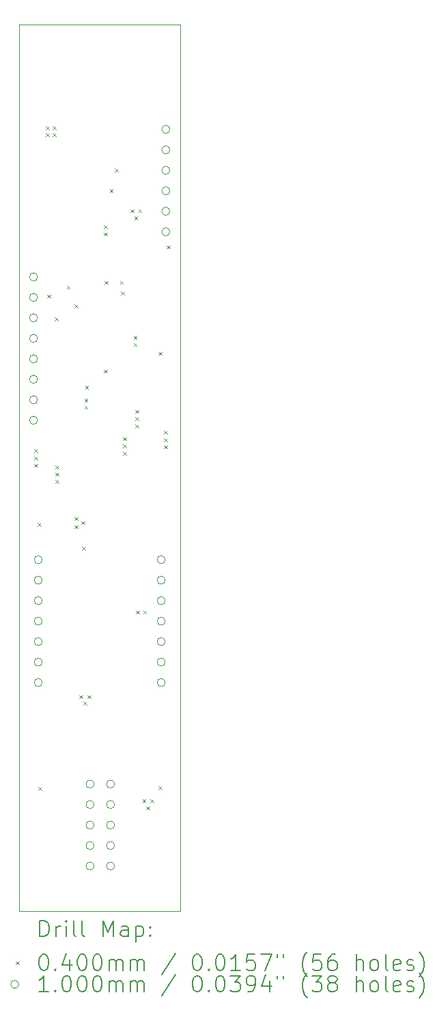
<source format=gbr>
%TF.GenerationSoftware,KiCad,Pcbnew,7.0.5.1-1-g8f565ef7f0-dirty-deb11*%
%TF.CreationDate,Date%
%TF.ProjectId,RP2040-VCO,52503230-3430-42d5-9643-4f2e6b696361,rev?*%
%TF.SameCoordinates,Original*%
%TF.FileFunction,Drillmap*%
%TF.FilePolarity,Positive*%
%FSLAX45Y45*%
G04 Gerber Fmt 4.5, Leading zero omitted, Abs format (unit mm)*
G04 Created by KiCad*
%MOMM*%
%LPD*%
G01*
G04 APERTURE LIST*
%ADD10C,0.050000*%
%ADD11C,0.200000*%
%ADD12C,0.040000*%
%ADD13C,0.100000*%
G04 APERTURE END LIST*
D10*
X7150000Y-3650000D02*
X7150000Y-14650000D01*
X5150000Y-3650000D02*
X5150000Y-14650000D01*
X5150000Y-14650000D02*
X7150000Y-14650000D01*
X5150000Y-3650000D02*
X7150000Y-3650000D01*
D11*
D12*
X5340000Y-8920000D02*
X5380000Y-8960000D01*
X5380000Y-8920000D02*
X5340000Y-8960000D01*
X5340000Y-9010000D02*
X5380000Y-9050000D01*
X5380000Y-9010000D02*
X5340000Y-9050000D01*
X5340000Y-9100000D02*
X5380000Y-9140000D01*
X5380000Y-9100000D02*
X5340000Y-9140000D01*
X5380000Y-9830000D02*
X5420000Y-9870000D01*
X5420000Y-9830000D02*
X5380000Y-9870000D01*
X5390000Y-13110000D02*
X5430000Y-13150000D01*
X5430000Y-13110000D02*
X5390000Y-13150000D01*
X5480000Y-4910000D02*
X5520000Y-4950000D01*
X5520000Y-4910000D02*
X5480000Y-4950000D01*
X5480000Y-5000000D02*
X5520000Y-5040000D01*
X5520000Y-5000000D02*
X5480000Y-5040000D01*
X5500000Y-7000000D02*
X5540000Y-7040000D01*
X5540000Y-7000000D02*
X5500000Y-7040000D01*
X5570000Y-4910000D02*
X5610000Y-4950000D01*
X5610000Y-4910000D02*
X5570000Y-4950000D01*
X5570000Y-5000000D02*
X5610000Y-5040000D01*
X5610000Y-5000000D02*
X5570000Y-5040000D01*
X5590000Y-7280000D02*
X5630000Y-7320000D01*
X5630000Y-7280000D02*
X5590000Y-7320000D01*
X5600000Y-9120000D02*
X5640000Y-9160000D01*
X5640000Y-9120000D02*
X5600000Y-9160000D01*
X5600000Y-9210000D02*
X5640000Y-9250000D01*
X5640000Y-9210000D02*
X5600000Y-9250000D01*
X5600000Y-9300000D02*
X5640000Y-9340000D01*
X5640000Y-9300000D02*
X5600000Y-9340000D01*
X5740000Y-6890000D02*
X5780000Y-6930000D01*
X5780000Y-6890000D02*
X5740000Y-6930000D01*
X5840000Y-7120000D02*
X5880000Y-7160000D01*
X5880000Y-7120000D02*
X5840000Y-7160000D01*
X5840000Y-9760000D02*
X5880000Y-9800000D01*
X5880000Y-9760000D02*
X5840000Y-9800000D01*
X5840000Y-9860000D02*
X5880000Y-9900000D01*
X5880000Y-9860000D02*
X5840000Y-9900000D01*
X5900000Y-11970000D02*
X5940000Y-12010000D01*
X5940000Y-11970000D02*
X5900000Y-12010000D01*
X5920000Y-9810000D02*
X5960000Y-9850000D01*
X5960000Y-9810000D02*
X5920000Y-9850000D01*
X5930000Y-10130000D02*
X5970000Y-10170000D01*
X5970000Y-10130000D02*
X5930000Y-10170000D01*
X5950000Y-12050000D02*
X5990000Y-12090000D01*
X5990000Y-12050000D02*
X5950000Y-12090000D01*
X5960000Y-8290000D02*
X6000000Y-8330000D01*
X6000000Y-8290000D02*
X5960000Y-8330000D01*
X5960000Y-8380000D02*
X6000000Y-8420000D01*
X6000000Y-8380000D02*
X5960000Y-8420000D01*
X5970000Y-8130000D02*
X6010000Y-8170000D01*
X6010000Y-8130000D02*
X5970000Y-8170000D01*
X6000000Y-11970000D02*
X6040000Y-12010000D01*
X6040000Y-11970000D02*
X6000000Y-12010000D01*
X6200000Y-6140000D02*
X6240000Y-6180000D01*
X6240000Y-6140000D02*
X6200000Y-6180000D01*
X6200000Y-6230000D02*
X6240000Y-6270000D01*
X6240000Y-6230000D02*
X6200000Y-6270000D01*
X6200000Y-7930000D02*
X6240000Y-7970000D01*
X6240000Y-7930000D02*
X6200000Y-7970000D01*
X6210000Y-6830000D02*
X6250000Y-6870000D01*
X6250000Y-6830000D02*
X6210000Y-6870000D01*
X6274950Y-5690000D02*
X6314950Y-5730000D01*
X6314950Y-5690000D02*
X6274950Y-5730000D01*
X6340000Y-5440000D02*
X6380000Y-5480000D01*
X6380000Y-5440000D02*
X6340000Y-5480000D01*
X6400000Y-6830000D02*
X6440000Y-6870000D01*
X6440000Y-6830000D02*
X6400000Y-6870000D01*
X6414950Y-6960000D02*
X6454950Y-7000000D01*
X6454950Y-6960000D02*
X6414950Y-7000000D01*
X6440000Y-8770000D02*
X6480000Y-8810000D01*
X6480000Y-8770000D02*
X6440000Y-8810000D01*
X6440000Y-8860000D02*
X6480000Y-8900000D01*
X6480000Y-8860000D02*
X6440000Y-8900000D01*
X6440000Y-8950000D02*
X6480000Y-8990000D01*
X6480000Y-8950000D02*
X6440000Y-8990000D01*
X6530000Y-5940000D02*
X6570000Y-5980000D01*
X6570000Y-5940000D02*
X6530000Y-5980000D01*
X6570000Y-7510000D02*
X6610000Y-7550000D01*
X6610000Y-7510000D02*
X6570000Y-7550000D01*
X6570000Y-7600000D02*
X6610000Y-7640000D01*
X6610000Y-7600000D02*
X6570000Y-7640000D01*
X6580000Y-6030000D02*
X6620000Y-6070000D01*
X6620000Y-6030000D02*
X6580000Y-6070000D01*
X6590000Y-8430000D02*
X6630000Y-8470000D01*
X6630000Y-8430000D02*
X6590000Y-8470000D01*
X6590000Y-8520000D02*
X6630000Y-8560000D01*
X6630000Y-8520000D02*
X6590000Y-8560000D01*
X6590000Y-8610000D02*
X6630000Y-8650000D01*
X6630000Y-8610000D02*
X6590000Y-8650000D01*
X6600000Y-10920000D02*
X6640000Y-10960000D01*
X6640000Y-10920000D02*
X6600000Y-10960000D01*
X6630000Y-5940000D02*
X6670000Y-5980000D01*
X6670000Y-5940000D02*
X6630000Y-5980000D01*
X6680000Y-13260000D02*
X6720000Y-13300000D01*
X6720000Y-13260000D02*
X6680000Y-13300000D01*
X6690000Y-10920000D02*
X6730000Y-10960000D01*
X6730000Y-10920000D02*
X6690000Y-10960000D01*
X6730000Y-13350000D02*
X6770000Y-13390000D01*
X6770000Y-13350000D02*
X6730000Y-13390000D01*
X6780000Y-13260000D02*
X6820000Y-13300000D01*
X6820000Y-13260000D02*
X6780000Y-13300000D01*
X6880000Y-7710000D02*
X6920000Y-7750000D01*
X6920000Y-7710000D02*
X6880000Y-7750000D01*
X6880000Y-13100000D02*
X6920000Y-13140000D01*
X6920000Y-13100000D02*
X6880000Y-13140000D01*
X6950000Y-8690000D02*
X6990000Y-8730000D01*
X6990000Y-8690000D02*
X6950000Y-8730000D01*
X6950000Y-8780000D02*
X6990000Y-8820000D01*
X6990000Y-8780000D02*
X6950000Y-8820000D01*
X6950000Y-8870000D02*
X6990000Y-8910000D01*
X6990000Y-8870000D02*
X6950000Y-8910000D01*
X6980000Y-6390000D02*
X7020000Y-6430000D01*
X7020000Y-6390000D02*
X6980000Y-6430000D01*
D13*
X5380000Y-6780000D02*
G75*
G03*
X5380000Y-6780000I-50000J0D01*
G01*
X5380000Y-7034000D02*
G75*
G03*
X5380000Y-7034000I-50000J0D01*
G01*
X5380000Y-7288000D02*
G75*
G03*
X5380000Y-7288000I-50000J0D01*
G01*
X5380000Y-7542000D02*
G75*
G03*
X5380000Y-7542000I-50000J0D01*
G01*
X5380000Y-7796000D02*
G75*
G03*
X5380000Y-7796000I-50000J0D01*
G01*
X5380000Y-8050000D02*
G75*
G03*
X5380000Y-8050000I-50000J0D01*
G01*
X5380000Y-8304000D02*
G75*
G03*
X5380000Y-8304000I-50000J0D01*
G01*
X5380000Y-8558000D02*
G75*
G03*
X5380000Y-8558000I-50000J0D01*
G01*
X5438000Y-10288000D02*
G75*
G03*
X5438000Y-10288000I-50000J0D01*
G01*
X5438000Y-10542000D02*
G75*
G03*
X5438000Y-10542000I-50000J0D01*
G01*
X5438000Y-10796000D02*
G75*
G03*
X5438000Y-10796000I-50000J0D01*
G01*
X5438000Y-11050000D02*
G75*
G03*
X5438000Y-11050000I-50000J0D01*
G01*
X5438000Y-11304000D02*
G75*
G03*
X5438000Y-11304000I-50000J0D01*
G01*
X5438000Y-11558000D02*
G75*
G03*
X5438000Y-11558000I-50000J0D01*
G01*
X5438000Y-11812000D02*
G75*
G03*
X5438000Y-11812000I-50000J0D01*
G01*
X6080000Y-13072000D02*
G75*
G03*
X6080000Y-13072000I-50000J0D01*
G01*
X6080000Y-13326000D02*
G75*
G03*
X6080000Y-13326000I-50000J0D01*
G01*
X6080000Y-13580000D02*
G75*
G03*
X6080000Y-13580000I-50000J0D01*
G01*
X6080000Y-13834000D02*
G75*
G03*
X6080000Y-13834000I-50000J0D01*
G01*
X6080000Y-14088000D02*
G75*
G03*
X6080000Y-14088000I-50000J0D01*
G01*
X6334000Y-13072000D02*
G75*
G03*
X6334000Y-13072000I-50000J0D01*
G01*
X6334000Y-13326000D02*
G75*
G03*
X6334000Y-13326000I-50000J0D01*
G01*
X6334000Y-13580000D02*
G75*
G03*
X6334000Y-13580000I-50000J0D01*
G01*
X6334000Y-13834000D02*
G75*
G03*
X6334000Y-13834000I-50000J0D01*
G01*
X6334000Y-14088000D02*
G75*
G03*
X6334000Y-14088000I-50000J0D01*
G01*
X6962000Y-10288000D02*
G75*
G03*
X6962000Y-10288000I-50000J0D01*
G01*
X6962000Y-10542000D02*
G75*
G03*
X6962000Y-10542000I-50000J0D01*
G01*
X6962000Y-10796000D02*
G75*
G03*
X6962000Y-10796000I-50000J0D01*
G01*
X6962000Y-11050000D02*
G75*
G03*
X6962000Y-11050000I-50000J0D01*
G01*
X6962000Y-11304000D02*
G75*
G03*
X6962000Y-11304000I-50000J0D01*
G01*
X6962000Y-11558000D02*
G75*
G03*
X6962000Y-11558000I-50000J0D01*
G01*
X6962000Y-11812000D02*
G75*
G03*
X6962000Y-11812000I-50000J0D01*
G01*
X7020000Y-4950000D02*
G75*
G03*
X7020000Y-4950000I-50000J0D01*
G01*
X7020000Y-5204000D02*
G75*
G03*
X7020000Y-5204000I-50000J0D01*
G01*
X7020000Y-5458000D02*
G75*
G03*
X7020000Y-5458000I-50000J0D01*
G01*
X7020000Y-5712000D02*
G75*
G03*
X7020000Y-5712000I-50000J0D01*
G01*
X7020000Y-5966000D02*
G75*
G03*
X7020000Y-5966000I-50000J0D01*
G01*
X7020000Y-6220000D02*
G75*
G03*
X7020000Y-6220000I-50000J0D01*
G01*
D11*
X5408277Y-14963984D02*
X5408277Y-14763984D01*
X5408277Y-14763984D02*
X5455896Y-14763984D01*
X5455896Y-14763984D02*
X5484467Y-14773508D01*
X5484467Y-14773508D02*
X5503515Y-14792555D01*
X5503515Y-14792555D02*
X5513039Y-14811603D01*
X5513039Y-14811603D02*
X5522563Y-14849698D01*
X5522563Y-14849698D02*
X5522563Y-14878269D01*
X5522563Y-14878269D02*
X5513039Y-14916365D01*
X5513039Y-14916365D02*
X5503515Y-14935412D01*
X5503515Y-14935412D02*
X5484467Y-14954460D01*
X5484467Y-14954460D02*
X5455896Y-14963984D01*
X5455896Y-14963984D02*
X5408277Y-14963984D01*
X5608277Y-14963984D02*
X5608277Y-14830650D01*
X5608277Y-14868746D02*
X5617801Y-14849698D01*
X5617801Y-14849698D02*
X5627324Y-14840174D01*
X5627324Y-14840174D02*
X5646372Y-14830650D01*
X5646372Y-14830650D02*
X5665420Y-14830650D01*
X5732086Y-14963984D02*
X5732086Y-14830650D01*
X5732086Y-14763984D02*
X5722562Y-14773508D01*
X5722562Y-14773508D02*
X5732086Y-14783031D01*
X5732086Y-14783031D02*
X5741610Y-14773508D01*
X5741610Y-14773508D02*
X5732086Y-14763984D01*
X5732086Y-14763984D02*
X5732086Y-14783031D01*
X5855896Y-14963984D02*
X5836848Y-14954460D01*
X5836848Y-14954460D02*
X5827324Y-14935412D01*
X5827324Y-14935412D02*
X5827324Y-14763984D01*
X5960658Y-14963984D02*
X5941610Y-14954460D01*
X5941610Y-14954460D02*
X5932086Y-14935412D01*
X5932086Y-14935412D02*
X5932086Y-14763984D01*
X6189229Y-14963984D02*
X6189229Y-14763984D01*
X6189229Y-14763984D02*
X6255896Y-14906841D01*
X6255896Y-14906841D02*
X6322562Y-14763984D01*
X6322562Y-14763984D02*
X6322562Y-14963984D01*
X6503515Y-14963984D02*
X6503515Y-14859222D01*
X6503515Y-14859222D02*
X6493991Y-14840174D01*
X6493991Y-14840174D02*
X6474943Y-14830650D01*
X6474943Y-14830650D02*
X6436848Y-14830650D01*
X6436848Y-14830650D02*
X6417801Y-14840174D01*
X6503515Y-14954460D02*
X6484467Y-14963984D01*
X6484467Y-14963984D02*
X6436848Y-14963984D01*
X6436848Y-14963984D02*
X6417801Y-14954460D01*
X6417801Y-14954460D02*
X6408277Y-14935412D01*
X6408277Y-14935412D02*
X6408277Y-14916365D01*
X6408277Y-14916365D02*
X6417801Y-14897317D01*
X6417801Y-14897317D02*
X6436848Y-14887793D01*
X6436848Y-14887793D02*
X6484467Y-14887793D01*
X6484467Y-14887793D02*
X6503515Y-14878269D01*
X6598753Y-14830650D02*
X6598753Y-15030650D01*
X6598753Y-14840174D02*
X6617801Y-14830650D01*
X6617801Y-14830650D02*
X6655896Y-14830650D01*
X6655896Y-14830650D02*
X6674943Y-14840174D01*
X6674943Y-14840174D02*
X6684467Y-14849698D01*
X6684467Y-14849698D02*
X6693991Y-14868746D01*
X6693991Y-14868746D02*
X6693991Y-14925888D01*
X6693991Y-14925888D02*
X6684467Y-14944936D01*
X6684467Y-14944936D02*
X6674943Y-14954460D01*
X6674943Y-14954460D02*
X6655896Y-14963984D01*
X6655896Y-14963984D02*
X6617801Y-14963984D01*
X6617801Y-14963984D02*
X6598753Y-14954460D01*
X6779705Y-14944936D02*
X6789229Y-14954460D01*
X6789229Y-14954460D02*
X6779705Y-14963984D01*
X6779705Y-14963984D02*
X6770182Y-14954460D01*
X6770182Y-14954460D02*
X6779705Y-14944936D01*
X6779705Y-14944936D02*
X6779705Y-14963984D01*
X6779705Y-14840174D02*
X6789229Y-14849698D01*
X6789229Y-14849698D02*
X6779705Y-14859222D01*
X6779705Y-14859222D02*
X6770182Y-14849698D01*
X6770182Y-14849698D02*
X6779705Y-14840174D01*
X6779705Y-14840174D02*
X6779705Y-14859222D01*
D12*
X5107500Y-15272500D02*
X5147500Y-15312500D01*
X5147500Y-15272500D02*
X5107500Y-15312500D01*
D11*
X5446372Y-15183984D02*
X5465420Y-15183984D01*
X5465420Y-15183984D02*
X5484467Y-15193508D01*
X5484467Y-15193508D02*
X5493991Y-15203031D01*
X5493991Y-15203031D02*
X5503515Y-15222079D01*
X5503515Y-15222079D02*
X5513039Y-15260174D01*
X5513039Y-15260174D02*
X5513039Y-15307793D01*
X5513039Y-15307793D02*
X5503515Y-15345888D01*
X5503515Y-15345888D02*
X5493991Y-15364936D01*
X5493991Y-15364936D02*
X5484467Y-15374460D01*
X5484467Y-15374460D02*
X5465420Y-15383984D01*
X5465420Y-15383984D02*
X5446372Y-15383984D01*
X5446372Y-15383984D02*
X5427324Y-15374460D01*
X5427324Y-15374460D02*
X5417801Y-15364936D01*
X5417801Y-15364936D02*
X5408277Y-15345888D01*
X5408277Y-15345888D02*
X5398753Y-15307793D01*
X5398753Y-15307793D02*
X5398753Y-15260174D01*
X5398753Y-15260174D02*
X5408277Y-15222079D01*
X5408277Y-15222079D02*
X5417801Y-15203031D01*
X5417801Y-15203031D02*
X5427324Y-15193508D01*
X5427324Y-15193508D02*
X5446372Y-15183984D01*
X5598753Y-15364936D02*
X5608277Y-15374460D01*
X5608277Y-15374460D02*
X5598753Y-15383984D01*
X5598753Y-15383984D02*
X5589229Y-15374460D01*
X5589229Y-15374460D02*
X5598753Y-15364936D01*
X5598753Y-15364936D02*
X5598753Y-15383984D01*
X5779705Y-15250650D02*
X5779705Y-15383984D01*
X5732086Y-15174460D02*
X5684467Y-15317317D01*
X5684467Y-15317317D02*
X5808277Y-15317317D01*
X5922562Y-15183984D02*
X5941610Y-15183984D01*
X5941610Y-15183984D02*
X5960658Y-15193508D01*
X5960658Y-15193508D02*
X5970182Y-15203031D01*
X5970182Y-15203031D02*
X5979705Y-15222079D01*
X5979705Y-15222079D02*
X5989229Y-15260174D01*
X5989229Y-15260174D02*
X5989229Y-15307793D01*
X5989229Y-15307793D02*
X5979705Y-15345888D01*
X5979705Y-15345888D02*
X5970182Y-15364936D01*
X5970182Y-15364936D02*
X5960658Y-15374460D01*
X5960658Y-15374460D02*
X5941610Y-15383984D01*
X5941610Y-15383984D02*
X5922562Y-15383984D01*
X5922562Y-15383984D02*
X5903515Y-15374460D01*
X5903515Y-15374460D02*
X5893991Y-15364936D01*
X5893991Y-15364936D02*
X5884467Y-15345888D01*
X5884467Y-15345888D02*
X5874943Y-15307793D01*
X5874943Y-15307793D02*
X5874943Y-15260174D01*
X5874943Y-15260174D02*
X5884467Y-15222079D01*
X5884467Y-15222079D02*
X5893991Y-15203031D01*
X5893991Y-15203031D02*
X5903515Y-15193508D01*
X5903515Y-15193508D02*
X5922562Y-15183984D01*
X6113039Y-15183984D02*
X6132086Y-15183984D01*
X6132086Y-15183984D02*
X6151134Y-15193508D01*
X6151134Y-15193508D02*
X6160658Y-15203031D01*
X6160658Y-15203031D02*
X6170182Y-15222079D01*
X6170182Y-15222079D02*
X6179705Y-15260174D01*
X6179705Y-15260174D02*
X6179705Y-15307793D01*
X6179705Y-15307793D02*
X6170182Y-15345888D01*
X6170182Y-15345888D02*
X6160658Y-15364936D01*
X6160658Y-15364936D02*
X6151134Y-15374460D01*
X6151134Y-15374460D02*
X6132086Y-15383984D01*
X6132086Y-15383984D02*
X6113039Y-15383984D01*
X6113039Y-15383984D02*
X6093991Y-15374460D01*
X6093991Y-15374460D02*
X6084467Y-15364936D01*
X6084467Y-15364936D02*
X6074943Y-15345888D01*
X6074943Y-15345888D02*
X6065420Y-15307793D01*
X6065420Y-15307793D02*
X6065420Y-15260174D01*
X6065420Y-15260174D02*
X6074943Y-15222079D01*
X6074943Y-15222079D02*
X6084467Y-15203031D01*
X6084467Y-15203031D02*
X6093991Y-15193508D01*
X6093991Y-15193508D02*
X6113039Y-15183984D01*
X6265420Y-15383984D02*
X6265420Y-15250650D01*
X6265420Y-15269698D02*
X6274943Y-15260174D01*
X6274943Y-15260174D02*
X6293991Y-15250650D01*
X6293991Y-15250650D02*
X6322563Y-15250650D01*
X6322563Y-15250650D02*
X6341610Y-15260174D01*
X6341610Y-15260174D02*
X6351134Y-15279222D01*
X6351134Y-15279222D02*
X6351134Y-15383984D01*
X6351134Y-15279222D02*
X6360658Y-15260174D01*
X6360658Y-15260174D02*
X6379705Y-15250650D01*
X6379705Y-15250650D02*
X6408277Y-15250650D01*
X6408277Y-15250650D02*
X6427324Y-15260174D01*
X6427324Y-15260174D02*
X6436848Y-15279222D01*
X6436848Y-15279222D02*
X6436848Y-15383984D01*
X6532086Y-15383984D02*
X6532086Y-15250650D01*
X6532086Y-15269698D02*
X6541610Y-15260174D01*
X6541610Y-15260174D02*
X6560658Y-15250650D01*
X6560658Y-15250650D02*
X6589229Y-15250650D01*
X6589229Y-15250650D02*
X6608277Y-15260174D01*
X6608277Y-15260174D02*
X6617801Y-15279222D01*
X6617801Y-15279222D02*
X6617801Y-15383984D01*
X6617801Y-15279222D02*
X6627324Y-15260174D01*
X6627324Y-15260174D02*
X6646372Y-15250650D01*
X6646372Y-15250650D02*
X6674943Y-15250650D01*
X6674943Y-15250650D02*
X6693991Y-15260174D01*
X6693991Y-15260174D02*
X6703515Y-15279222D01*
X6703515Y-15279222D02*
X6703515Y-15383984D01*
X7093991Y-15174460D02*
X6922563Y-15431603D01*
X7351134Y-15183984D02*
X7370182Y-15183984D01*
X7370182Y-15183984D02*
X7389229Y-15193508D01*
X7389229Y-15193508D02*
X7398753Y-15203031D01*
X7398753Y-15203031D02*
X7408277Y-15222079D01*
X7408277Y-15222079D02*
X7417801Y-15260174D01*
X7417801Y-15260174D02*
X7417801Y-15307793D01*
X7417801Y-15307793D02*
X7408277Y-15345888D01*
X7408277Y-15345888D02*
X7398753Y-15364936D01*
X7398753Y-15364936D02*
X7389229Y-15374460D01*
X7389229Y-15374460D02*
X7370182Y-15383984D01*
X7370182Y-15383984D02*
X7351134Y-15383984D01*
X7351134Y-15383984D02*
X7332086Y-15374460D01*
X7332086Y-15374460D02*
X7322563Y-15364936D01*
X7322563Y-15364936D02*
X7313039Y-15345888D01*
X7313039Y-15345888D02*
X7303515Y-15307793D01*
X7303515Y-15307793D02*
X7303515Y-15260174D01*
X7303515Y-15260174D02*
X7313039Y-15222079D01*
X7313039Y-15222079D02*
X7322563Y-15203031D01*
X7322563Y-15203031D02*
X7332086Y-15193508D01*
X7332086Y-15193508D02*
X7351134Y-15183984D01*
X7503515Y-15364936D02*
X7513039Y-15374460D01*
X7513039Y-15374460D02*
X7503515Y-15383984D01*
X7503515Y-15383984D02*
X7493991Y-15374460D01*
X7493991Y-15374460D02*
X7503515Y-15364936D01*
X7503515Y-15364936D02*
X7503515Y-15383984D01*
X7636848Y-15183984D02*
X7655896Y-15183984D01*
X7655896Y-15183984D02*
X7674944Y-15193508D01*
X7674944Y-15193508D02*
X7684467Y-15203031D01*
X7684467Y-15203031D02*
X7693991Y-15222079D01*
X7693991Y-15222079D02*
X7703515Y-15260174D01*
X7703515Y-15260174D02*
X7703515Y-15307793D01*
X7703515Y-15307793D02*
X7693991Y-15345888D01*
X7693991Y-15345888D02*
X7684467Y-15364936D01*
X7684467Y-15364936D02*
X7674944Y-15374460D01*
X7674944Y-15374460D02*
X7655896Y-15383984D01*
X7655896Y-15383984D02*
X7636848Y-15383984D01*
X7636848Y-15383984D02*
X7617801Y-15374460D01*
X7617801Y-15374460D02*
X7608277Y-15364936D01*
X7608277Y-15364936D02*
X7598753Y-15345888D01*
X7598753Y-15345888D02*
X7589229Y-15307793D01*
X7589229Y-15307793D02*
X7589229Y-15260174D01*
X7589229Y-15260174D02*
X7598753Y-15222079D01*
X7598753Y-15222079D02*
X7608277Y-15203031D01*
X7608277Y-15203031D02*
X7617801Y-15193508D01*
X7617801Y-15193508D02*
X7636848Y-15183984D01*
X7893991Y-15383984D02*
X7779706Y-15383984D01*
X7836848Y-15383984D02*
X7836848Y-15183984D01*
X7836848Y-15183984D02*
X7817801Y-15212555D01*
X7817801Y-15212555D02*
X7798753Y-15231603D01*
X7798753Y-15231603D02*
X7779706Y-15241127D01*
X8074944Y-15183984D02*
X7979706Y-15183984D01*
X7979706Y-15183984D02*
X7970182Y-15279222D01*
X7970182Y-15279222D02*
X7979706Y-15269698D01*
X7979706Y-15269698D02*
X7998753Y-15260174D01*
X7998753Y-15260174D02*
X8046372Y-15260174D01*
X8046372Y-15260174D02*
X8065420Y-15269698D01*
X8065420Y-15269698D02*
X8074944Y-15279222D01*
X8074944Y-15279222D02*
X8084467Y-15298269D01*
X8084467Y-15298269D02*
X8084467Y-15345888D01*
X8084467Y-15345888D02*
X8074944Y-15364936D01*
X8074944Y-15364936D02*
X8065420Y-15374460D01*
X8065420Y-15374460D02*
X8046372Y-15383984D01*
X8046372Y-15383984D02*
X7998753Y-15383984D01*
X7998753Y-15383984D02*
X7979706Y-15374460D01*
X7979706Y-15374460D02*
X7970182Y-15364936D01*
X8151134Y-15183984D02*
X8284467Y-15183984D01*
X8284467Y-15183984D02*
X8198753Y-15383984D01*
X8351134Y-15183984D02*
X8351134Y-15222079D01*
X8427325Y-15183984D02*
X8427325Y-15222079D01*
X8722563Y-15460174D02*
X8713039Y-15450650D01*
X8713039Y-15450650D02*
X8693991Y-15422079D01*
X8693991Y-15422079D02*
X8684468Y-15403031D01*
X8684468Y-15403031D02*
X8674944Y-15374460D01*
X8674944Y-15374460D02*
X8665420Y-15326841D01*
X8665420Y-15326841D02*
X8665420Y-15288746D01*
X8665420Y-15288746D02*
X8674944Y-15241127D01*
X8674944Y-15241127D02*
X8684468Y-15212555D01*
X8684468Y-15212555D02*
X8693991Y-15193508D01*
X8693991Y-15193508D02*
X8713039Y-15164936D01*
X8713039Y-15164936D02*
X8722563Y-15155412D01*
X8893991Y-15183984D02*
X8798753Y-15183984D01*
X8798753Y-15183984D02*
X8789230Y-15279222D01*
X8789230Y-15279222D02*
X8798753Y-15269698D01*
X8798753Y-15269698D02*
X8817801Y-15260174D01*
X8817801Y-15260174D02*
X8865420Y-15260174D01*
X8865420Y-15260174D02*
X8884468Y-15269698D01*
X8884468Y-15269698D02*
X8893991Y-15279222D01*
X8893991Y-15279222D02*
X8903515Y-15298269D01*
X8903515Y-15298269D02*
X8903515Y-15345888D01*
X8903515Y-15345888D02*
X8893991Y-15364936D01*
X8893991Y-15364936D02*
X8884468Y-15374460D01*
X8884468Y-15374460D02*
X8865420Y-15383984D01*
X8865420Y-15383984D02*
X8817801Y-15383984D01*
X8817801Y-15383984D02*
X8798753Y-15374460D01*
X8798753Y-15374460D02*
X8789230Y-15364936D01*
X9074944Y-15183984D02*
X9036849Y-15183984D01*
X9036849Y-15183984D02*
X9017801Y-15193508D01*
X9017801Y-15193508D02*
X9008277Y-15203031D01*
X9008277Y-15203031D02*
X8989230Y-15231603D01*
X8989230Y-15231603D02*
X8979706Y-15269698D01*
X8979706Y-15269698D02*
X8979706Y-15345888D01*
X8979706Y-15345888D02*
X8989230Y-15364936D01*
X8989230Y-15364936D02*
X8998753Y-15374460D01*
X8998753Y-15374460D02*
X9017801Y-15383984D01*
X9017801Y-15383984D02*
X9055896Y-15383984D01*
X9055896Y-15383984D02*
X9074944Y-15374460D01*
X9074944Y-15374460D02*
X9084468Y-15364936D01*
X9084468Y-15364936D02*
X9093991Y-15345888D01*
X9093991Y-15345888D02*
X9093991Y-15298269D01*
X9093991Y-15298269D02*
X9084468Y-15279222D01*
X9084468Y-15279222D02*
X9074944Y-15269698D01*
X9074944Y-15269698D02*
X9055896Y-15260174D01*
X9055896Y-15260174D02*
X9017801Y-15260174D01*
X9017801Y-15260174D02*
X8998753Y-15269698D01*
X8998753Y-15269698D02*
X8989230Y-15279222D01*
X8989230Y-15279222D02*
X8979706Y-15298269D01*
X9332087Y-15383984D02*
X9332087Y-15183984D01*
X9417801Y-15383984D02*
X9417801Y-15279222D01*
X9417801Y-15279222D02*
X9408277Y-15260174D01*
X9408277Y-15260174D02*
X9389230Y-15250650D01*
X9389230Y-15250650D02*
X9360658Y-15250650D01*
X9360658Y-15250650D02*
X9341611Y-15260174D01*
X9341611Y-15260174D02*
X9332087Y-15269698D01*
X9541611Y-15383984D02*
X9522563Y-15374460D01*
X9522563Y-15374460D02*
X9513039Y-15364936D01*
X9513039Y-15364936D02*
X9503515Y-15345888D01*
X9503515Y-15345888D02*
X9503515Y-15288746D01*
X9503515Y-15288746D02*
X9513039Y-15269698D01*
X9513039Y-15269698D02*
X9522563Y-15260174D01*
X9522563Y-15260174D02*
X9541611Y-15250650D01*
X9541611Y-15250650D02*
X9570182Y-15250650D01*
X9570182Y-15250650D02*
X9589230Y-15260174D01*
X9589230Y-15260174D02*
X9598753Y-15269698D01*
X9598753Y-15269698D02*
X9608277Y-15288746D01*
X9608277Y-15288746D02*
X9608277Y-15345888D01*
X9608277Y-15345888D02*
X9598753Y-15364936D01*
X9598753Y-15364936D02*
X9589230Y-15374460D01*
X9589230Y-15374460D02*
X9570182Y-15383984D01*
X9570182Y-15383984D02*
X9541611Y-15383984D01*
X9722563Y-15383984D02*
X9703515Y-15374460D01*
X9703515Y-15374460D02*
X9693992Y-15355412D01*
X9693992Y-15355412D02*
X9693992Y-15183984D01*
X9874944Y-15374460D02*
X9855896Y-15383984D01*
X9855896Y-15383984D02*
X9817801Y-15383984D01*
X9817801Y-15383984D02*
X9798753Y-15374460D01*
X9798753Y-15374460D02*
X9789230Y-15355412D01*
X9789230Y-15355412D02*
X9789230Y-15279222D01*
X9789230Y-15279222D02*
X9798753Y-15260174D01*
X9798753Y-15260174D02*
X9817801Y-15250650D01*
X9817801Y-15250650D02*
X9855896Y-15250650D01*
X9855896Y-15250650D02*
X9874944Y-15260174D01*
X9874944Y-15260174D02*
X9884468Y-15279222D01*
X9884468Y-15279222D02*
X9884468Y-15298269D01*
X9884468Y-15298269D02*
X9789230Y-15317317D01*
X9960658Y-15374460D02*
X9979706Y-15383984D01*
X9979706Y-15383984D02*
X10017801Y-15383984D01*
X10017801Y-15383984D02*
X10036849Y-15374460D01*
X10036849Y-15374460D02*
X10046373Y-15355412D01*
X10046373Y-15355412D02*
X10046373Y-15345888D01*
X10046373Y-15345888D02*
X10036849Y-15326841D01*
X10036849Y-15326841D02*
X10017801Y-15317317D01*
X10017801Y-15317317D02*
X9989230Y-15317317D01*
X9989230Y-15317317D02*
X9970182Y-15307793D01*
X9970182Y-15307793D02*
X9960658Y-15288746D01*
X9960658Y-15288746D02*
X9960658Y-15279222D01*
X9960658Y-15279222D02*
X9970182Y-15260174D01*
X9970182Y-15260174D02*
X9989230Y-15250650D01*
X9989230Y-15250650D02*
X10017801Y-15250650D01*
X10017801Y-15250650D02*
X10036849Y-15260174D01*
X10113039Y-15460174D02*
X10122563Y-15450650D01*
X10122563Y-15450650D02*
X10141611Y-15422079D01*
X10141611Y-15422079D02*
X10151134Y-15403031D01*
X10151134Y-15403031D02*
X10160658Y-15374460D01*
X10160658Y-15374460D02*
X10170182Y-15326841D01*
X10170182Y-15326841D02*
X10170182Y-15288746D01*
X10170182Y-15288746D02*
X10160658Y-15241127D01*
X10160658Y-15241127D02*
X10151134Y-15212555D01*
X10151134Y-15212555D02*
X10141611Y-15193508D01*
X10141611Y-15193508D02*
X10122563Y-15164936D01*
X10122563Y-15164936D02*
X10113039Y-15155412D01*
D13*
X5147500Y-15556500D02*
G75*
G03*
X5147500Y-15556500I-50000J0D01*
G01*
D11*
X5513039Y-15647984D02*
X5398753Y-15647984D01*
X5455896Y-15647984D02*
X5455896Y-15447984D01*
X5455896Y-15447984D02*
X5436848Y-15476555D01*
X5436848Y-15476555D02*
X5417801Y-15495603D01*
X5417801Y-15495603D02*
X5398753Y-15505127D01*
X5598753Y-15628936D02*
X5608277Y-15638460D01*
X5608277Y-15638460D02*
X5598753Y-15647984D01*
X5598753Y-15647984D02*
X5589229Y-15638460D01*
X5589229Y-15638460D02*
X5598753Y-15628936D01*
X5598753Y-15628936D02*
X5598753Y-15647984D01*
X5732086Y-15447984D02*
X5751134Y-15447984D01*
X5751134Y-15447984D02*
X5770182Y-15457508D01*
X5770182Y-15457508D02*
X5779705Y-15467031D01*
X5779705Y-15467031D02*
X5789229Y-15486079D01*
X5789229Y-15486079D02*
X5798753Y-15524174D01*
X5798753Y-15524174D02*
X5798753Y-15571793D01*
X5798753Y-15571793D02*
X5789229Y-15609888D01*
X5789229Y-15609888D02*
X5779705Y-15628936D01*
X5779705Y-15628936D02*
X5770182Y-15638460D01*
X5770182Y-15638460D02*
X5751134Y-15647984D01*
X5751134Y-15647984D02*
X5732086Y-15647984D01*
X5732086Y-15647984D02*
X5713039Y-15638460D01*
X5713039Y-15638460D02*
X5703515Y-15628936D01*
X5703515Y-15628936D02*
X5693991Y-15609888D01*
X5693991Y-15609888D02*
X5684467Y-15571793D01*
X5684467Y-15571793D02*
X5684467Y-15524174D01*
X5684467Y-15524174D02*
X5693991Y-15486079D01*
X5693991Y-15486079D02*
X5703515Y-15467031D01*
X5703515Y-15467031D02*
X5713039Y-15457508D01*
X5713039Y-15457508D02*
X5732086Y-15447984D01*
X5922562Y-15447984D02*
X5941610Y-15447984D01*
X5941610Y-15447984D02*
X5960658Y-15457508D01*
X5960658Y-15457508D02*
X5970182Y-15467031D01*
X5970182Y-15467031D02*
X5979705Y-15486079D01*
X5979705Y-15486079D02*
X5989229Y-15524174D01*
X5989229Y-15524174D02*
X5989229Y-15571793D01*
X5989229Y-15571793D02*
X5979705Y-15609888D01*
X5979705Y-15609888D02*
X5970182Y-15628936D01*
X5970182Y-15628936D02*
X5960658Y-15638460D01*
X5960658Y-15638460D02*
X5941610Y-15647984D01*
X5941610Y-15647984D02*
X5922562Y-15647984D01*
X5922562Y-15647984D02*
X5903515Y-15638460D01*
X5903515Y-15638460D02*
X5893991Y-15628936D01*
X5893991Y-15628936D02*
X5884467Y-15609888D01*
X5884467Y-15609888D02*
X5874943Y-15571793D01*
X5874943Y-15571793D02*
X5874943Y-15524174D01*
X5874943Y-15524174D02*
X5884467Y-15486079D01*
X5884467Y-15486079D02*
X5893991Y-15467031D01*
X5893991Y-15467031D02*
X5903515Y-15457508D01*
X5903515Y-15457508D02*
X5922562Y-15447984D01*
X6113039Y-15447984D02*
X6132086Y-15447984D01*
X6132086Y-15447984D02*
X6151134Y-15457508D01*
X6151134Y-15457508D02*
X6160658Y-15467031D01*
X6160658Y-15467031D02*
X6170182Y-15486079D01*
X6170182Y-15486079D02*
X6179705Y-15524174D01*
X6179705Y-15524174D02*
X6179705Y-15571793D01*
X6179705Y-15571793D02*
X6170182Y-15609888D01*
X6170182Y-15609888D02*
X6160658Y-15628936D01*
X6160658Y-15628936D02*
X6151134Y-15638460D01*
X6151134Y-15638460D02*
X6132086Y-15647984D01*
X6132086Y-15647984D02*
X6113039Y-15647984D01*
X6113039Y-15647984D02*
X6093991Y-15638460D01*
X6093991Y-15638460D02*
X6084467Y-15628936D01*
X6084467Y-15628936D02*
X6074943Y-15609888D01*
X6074943Y-15609888D02*
X6065420Y-15571793D01*
X6065420Y-15571793D02*
X6065420Y-15524174D01*
X6065420Y-15524174D02*
X6074943Y-15486079D01*
X6074943Y-15486079D02*
X6084467Y-15467031D01*
X6084467Y-15467031D02*
X6093991Y-15457508D01*
X6093991Y-15457508D02*
X6113039Y-15447984D01*
X6265420Y-15647984D02*
X6265420Y-15514650D01*
X6265420Y-15533698D02*
X6274943Y-15524174D01*
X6274943Y-15524174D02*
X6293991Y-15514650D01*
X6293991Y-15514650D02*
X6322563Y-15514650D01*
X6322563Y-15514650D02*
X6341610Y-15524174D01*
X6341610Y-15524174D02*
X6351134Y-15543222D01*
X6351134Y-15543222D02*
X6351134Y-15647984D01*
X6351134Y-15543222D02*
X6360658Y-15524174D01*
X6360658Y-15524174D02*
X6379705Y-15514650D01*
X6379705Y-15514650D02*
X6408277Y-15514650D01*
X6408277Y-15514650D02*
X6427324Y-15524174D01*
X6427324Y-15524174D02*
X6436848Y-15543222D01*
X6436848Y-15543222D02*
X6436848Y-15647984D01*
X6532086Y-15647984D02*
X6532086Y-15514650D01*
X6532086Y-15533698D02*
X6541610Y-15524174D01*
X6541610Y-15524174D02*
X6560658Y-15514650D01*
X6560658Y-15514650D02*
X6589229Y-15514650D01*
X6589229Y-15514650D02*
X6608277Y-15524174D01*
X6608277Y-15524174D02*
X6617801Y-15543222D01*
X6617801Y-15543222D02*
X6617801Y-15647984D01*
X6617801Y-15543222D02*
X6627324Y-15524174D01*
X6627324Y-15524174D02*
X6646372Y-15514650D01*
X6646372Y-15514650D02*
X6674943Y-15514650D01*
X6674943Y-15514650D02*
X6693991Y-15524174D01*
X6693991Y-15524174D02*
X6703515Y-15543222D01*
X6703515Y-15543222D02*
X6703515Y-15647984D01*
X7093991Y-15438460D02*
X6922563Y-15695603D01*
X7351134Y-15447984D02*
X7370182Y-15447984D01*
X7370182Y-15447984D02*
X7389229Y-15457508D01*
X7389229Y-15457508D02*
X7398753Y-15467031D01*
X7398753Y-15467031D02*
X7408277Y-15486079D01*
X7408277Y-15486079D02*
X7417801Y-15524174D01*
X7417801Y-15524174D02*
X7417801Y-15571793D01*
X7417801Y-15571793D02*
X7408277Y-15609888D01*
X7408277Y-15609888D02*
X7398753Y-15628936D01*
X7398753Y-15628936D02*
X7389229Y-15638460D01*
X7389229Y-15638460D02*
X7370182Y-15647984D01*
X7370182Y-15647984D02*
X7351134Y-15647984D01*
X7351134Y-15647984D02*
X7332086Y-15638460D01*
X7332086Y-15638460D02*
X7322563Y-15628936D01*
X7322563Y-15628936D02*
X7313039Y-15609888D01*
X7313039Y-15609888D02*
X7303515Y-15571793D01*
X7303515Y-15571793D02*
X7303515Y-15524174D01*
X7303515Y-15524174D02*
X7313039Y-15486079D01*
X7313039Y-15486079D02*
X7322563Y-15467031D01*
X7322563Y-15467031D02*
X7332086Y-15457508D01*
X7332086Y-15457508D02*
X7351134Y-15447984D01*
X7503515Y-15628936D02*
X7513039Y-15638460D01*
X7513039Y-15638460D02*
X7503515Y-15647984D01*
X7503515Y-15647984D02*
X7493991Y-15638460D01*
X7493991Y-15638460D02*
X7503515Y-15628936D01*
X7503515Y-15628936D02*
X7503515Y-15647984D01*
X7636848Y-15447984D02*
X7655896Y-15447984D01*
X7655896Y-15447984D02*
X7674944Y-15457508D01*
X7674944Y-15457508D02*
X7684467Y-15467031D01*
X7684467Y-15467031D02*
X7693991Y-15486079D01*
X7693991Y-15486079D02*
X7703515Y-15524174D01*
X7703515Y-15524174D02*
X7703515Y-15571793D01*
X7703515Y-15571793D02*
X7693991Y-15609888D01*
X7693991Y-15609888D02*
X7684467Y-15628936D01*
X7684467Y-15628936D02*
X7674944Y-15638460D01*
X7674944Y-15638460D02*
X7655896Y-15647984D01*
X7655896Y-15647984D02*
X7636848Y-15647984D01*
X7636848Y-15647984D02*
X7617801Y-15638460D01*
X7617801Y-15638460D02*
X7608277Y-15628936D01*
X7608277Y-15628936D02*
X7598753Y-15609888D01*
X7598753Y-15609888D02*
X7589229Y-15571793D01*
X7589229Y-15571793D02*
X7589229Y-15524174D01*
X7589229Y-15524174D02*
X7598753Y-15486079D01*
X7598753Y-15486079D02*
X7608277Y-15467031D01*
X7608277Y-15467031D02*
X7617801Y-15457508D01*
X7617801Y-15457508D02*
X7636848Y-15447984D01*
X7770182Y-15447984D02*
X7893991Y-15447984D01*
X7893991Y-15447984D02*
X7827325Y-15524174D01*
X7827325Y-15524174D02*
X7855896Y-15524174D01*
X7855896Y-15524174D02*
X7874944Y-15533698D01*
X7874944Y-15533698D02*
X7884467Y-15543222D01*
X7884467Y-15543222D02*
X7893991Y-15562269D01*
X7893991Y-15562269D02*
X7893991Y-15609888D01*
X7893991Y-15609888D02*
X7884467Y-15628936D01*
X7884467Y-15628936D02*
X7874944Y-15638460D01*
X7874944Y-15638460D02*
X7855896Y-15647984D01*
X7855896Y-15647984D02*
X7798753Y-15647984D01*
X7798753Y-15647984D02*
X7779706Y-15638460D01*
X7779706Y-15638460D02*
X7770182Y-15628936D01*
X7989229Y-15647984D02*
X8027325Y-15647984D01*
X8027325Y-15647984D02*
X8046372Y-15638460D01*
X8046372Y-15638460D02*
X8055896Y-15628936D01*
X8055896Y-15628936D02*
X8074944Y-15600365D01*
X8074944Y-15600365D02*
X8084467Y-15562269D01*
X8084467Y-15562269D02*
X8084467Y-15486079D01*
X8084467Y-15486079D02*
X8074944Y-15467031D01*
X8074944Y-15467031D02*
X8065420Y-15457508D01*
X8065420Y-15457508D02*
X8046372Y-15447984D01*
X8046372Y-15447984D02*
X8008277Y-15447984D01*
X8008277Y-15447984D02*
X7989229Y-15457508D01*
X7989229Y-15457508D02*
X7979706Y-15467031D01*
X7979706Y-15467031D02*
X7970182Y-15486079D01*
X7970182Y-15486079D02*
X7970182Y-15533698D01*
X7970182Y-15533698D02*
X7979706Y-15552746D01*
X7979706Y-15552746D02*
X7989229Y-15562269D01*
X7989229Y-15562269D02*
X8008277Y-15571793D01*
X8008277Y-15571793D02*
X8046372Y-15571793D01*
X8046372Y-15571793D02*
X8065420Y-15562269D01*
X8065420Y-15562269D02*
X8074944Y-15552746D01*
X8074944Y-15552746D02*
X8084467Y-15533698D01*
X8255896Y-15514650D02*
X8255896Y-15647984D01*
X8208277Y-15438460D02*
X8160658Y-15581317D01*
X8160658Y-15581317D02*
X8284467Y-15581317D01*
X8351134Y-15447984D02*
X8351134Y-15486079D01*
X8427325Y-15447984D02*
X8427325Y-15486079D01*
X8722563Y-15724174D02*
X8713039Y-15714650D01*
X8713039Y-15714650D02*
X8693991Y-15686079D01*
X8693991Y-15686079D02*
X8684468Y-15667031D01*
X8684468Y-15667031D02*
X8674944Y-15638460D01*
X8674944Y-15638460D02*
X8665420Y-15590841D01*
X8665420Y-15590841D02*
X8665420Y-15552746D01*
X8665420Y-15552746D02*
X8674944Y-15505127D01*
X8674944Y-15505127D02*
X8684468Y-15476555D01*
X8684468Y-15476555D02*
X8693991Y-15457508D01*
X8693991Y-15457508D02*
X8713039Y-15428936D01*
X8713039Y-15428936D02*
X8722563Y-15419412D01*
X8779706Y-15447984D02*
X8903515Y-15447984D01*
X8903515Y-15447984D02*
X8836849Y-15524174D01*
X8836849Y-15524174D02*
X8865420Y-15524174D01*
X8865420Y-15524174D02*
X8884468Y-15533698D01*
X8884468Y-15533698D02*
X8893991Y-15543222D01*
X8893991Y-15543222D02*
X8903515Y-15562269D01*
X8903515Y-15562269D02*
X8903515Y-15609888D01*
X8903515Y-15609888D02*
X8893991Y-15628936D01*
X8893991Y-15628936D02*
X8884468Y-15638460D01*
X8884468Y-15638460D02*
X8865420Y-15647984D01*
X8865420Y-15647984D02*
X8808277Y-15647984D01*
X8808277Y-15647984D02*
X8789230Y-15638460D01*
X8789230Y-15638460D02*
X8779706Y-15628936D01*
X9017801Y-15533698D02*
X8998753Y-15524174D01*
X8998753Y-15524174D02*
X8989230Y-15514650D01*
X8989230Y-15514650D02*
X8979706Y-15495603D01*
X8979706Y-15495603D02*
X8979706Y-15486079D01*
X8979706Y-15486079D02*
X8989230Y-15467031D01*
X8989230Y-15467031D02*
X8998753Y-15457508D01*
X8998753Y-15457508D02*
X9017801Y-15447984D01*
X9017801Y-15447984D02*
X9055896Y-15447984D01*
X9055896Y-15447984D02*
X9074944Y-15457508D01*
X9074944Y-15457508D02*
X9084468Y-15467031D01*
X9084468Y-15467031D02*
X9093991Y-15486079D01*
X9093991Y-15486079D02*
X9093991Y-15495603D01*
X9093991Y-15495603D02*
X9084468Y-15514650D01*
X9084468Y-15514650D02*
X9074944Y-15524174D01*
X9074944Y-15524174D02*
X9055896Y-15533698D01*
X9055896Y-15533698D02*
X9017801Y-15533698D01*
X9017801Y-15533698D02*
X8998753Y-15543222D01*
X8998753Y-15543222D02*
X8989230Y-15552746D01*
X8989230Y-15552746D02*
X8979706Y-15571793D01*
X8979706Y-15571793D02*
X8979706Y-15609888D01*
X8979706Y-15609888D02*
X8989230Y-15628936D01*
X8989230Y-15628936D02*
X8998753Y-15638460D01*
X8998753Y-15638460D02*
X9017801Y-15647984D01*
X9017801Y-15647984D02*
X9055896Y-15647984D01*
X9055896Y-15647984D02*
X9074944Y-15638460D01*
X9074944Y-15638460D02*
X9084468Y-15628936D01*
X9084468Y-15628936D02*
X9093991Y-15609888D01*
X9093991Y-15609888D02*
X9093991Y-15571793D01*
X9093991Y-15571793D02*
X9084468Y-15552746D01*
X9084468Y-15552746D02*
X9074944Y-15543222D01*
X9074944Y-15543222D02*
X9055896Y-15533698D01*
X9332087Y-15647984D02*
X9332087Y-15447984D01*
X9417801Y-15647984D02*
X9417801Y-15543222D01*
X9417801Y-15543222D02*
X9408277Y-15524174D01*
X9408277Y-15524174D02*
X9389230Y-15514650D01*
X9389230Y-15514650D02*
X9360658Y-15514650D01*
X9360658Y-15514650D02*
X9341611Y-15524174D01*
X9341611Y-15524174D02*
X9332087Y-15533698D01*
X9541611Y-15647984D02*
X9522563Y-15638460D01*
X9522563Y-15638460D02*
X9513039Y-15628936D01*
X9513039Y-15628936D02*
X9503515Y-15609888D01*
X9503515Y-15609888D02*
X9503515Y-15552746D01*
X9503515Y-15552746D02*
X9513039Y-15533698D01*
X9513039Y-15533698D02*
X9522563Y-15524174D01*
X9522563Y-15524174D02*
X9541611Y-15514650D01*
X9541611Y-15514650D02*
X9570182Y-15514650D01*
X9570182Y-15514650D02*
X9589230Y-15524174D01*
X9589230Y-15524174D02*
X9598753Y-15533698D01*
X9598753Y-15533698D02*
X9608277Y-15552746D01*
X9608277Y-15552746D02*
X9608277Y-15609888D01*
X9608277Y-15609888D02*
X9598753Y-15628936D01*
X9598753Y-15628936D02*
X9589230Y-15638460D01*
X9589230Y-15638460D02*
X9570182Y-15647984D01*
X9570182Y-15647984D02*
X9541611Y-15647984D01*
X9722563Y-15647984D02*
X9703515Y-15638460D01*
X9703515Y-15638460D02*
X9693992Y-15619412D01*
X9693992Y-15619412D02*
X9693992Y-15447984D01*
X9874944Y-15638460D02*
X9855896Y-15647984D01*
X9855896Y-15647984D02*
X9817801Y-15647984D01*
X9817801Y-15647984D02*
X9798753Y-15638460D01*
X9798753Y-15638460D02*
X9789230Y-15619412D01*
X9789230Y-15619412D02*
X9789230Y-15543222D01*
X9789230Y-15543222D02*
X9798753Y-15524174D01*
X9798753Y-15524174D02*
X9817801Y-15514650D01*
X9817801Y-15514650D02*
X9855896Y-15514650D01*
X9855896Y-15514650D02*
X9874944Y-15524174D01*
X9874944Y-15524174D02*
X9884468Y-15543222D01*
X9884468Y-15543222D02*
X9884468Y-15562269D01*
X9884468Y-15562269D02*
X9789230Y-15581317D01*
X9960658Y-15638460D02*
X9979706Y-15647984D01*
X9979706Y-15647984D02*
X10017801Y-15647984D01*
X10017801Y-15647984D02*
X10036849Y-15638460D01*
X10036849Y-15638460D02*
X10046373Y-15619412D01*
X10046373Y-15619412D02*
X10046373Y-15609888D01*
X10046373Y-15609888D02*
X10036849Y-15590841D01*
X10036849Y-15590841D02*
X10017801Y-15581317D01*
X10017801Y-15581317D02*
X9989230Y-15581317D01*
X9989230Y-15581317D02*
X9970182Y-15571793D01*
X9970182Y-15571793D02*
X9960658Y-15552746D01*
X9960658Y-15552746D02*
X9960658Y-15543222D01*
X9960658Y-15543222D02*
X9970182Y-15524174D01*
X9970182Y-15524174D02*
X9989230Y-15514650D01*
X9989230Y-15514650D02*
X10017801Y-15514650D01*
X10017801Y-15514650D02*
X10036849Y-15524174D01*
X10113039Y-15724174D02*
X10122563Y-15714650D01*
X10122563Y-15714650D02*
X10141611Y-15686079D01*
X10141611Y-15686079D02*
X10151134Y-15667031D01*
X10151134Y-15667031D02*
X10160658Y-15638460D01*
X10160658Y-15638460D02*
X10170182Y-15590841D01*
X10170182Y-15590841D02*
X10170182Y-15552746D01*
X10170182Y-15552746D02*
X10160658Y-15505127D01*
X10160658Y-15505127D02*
X10151134Y-15476555D01*
X10151134Y-15476555D02*
X10141611Y-15457508D01*
X10141611Y-15457508D02*
X10122563Y-15428936D01*
X10122563Y-15428936D02*
X10113039Y-15419412D01*
M02*

</source>
